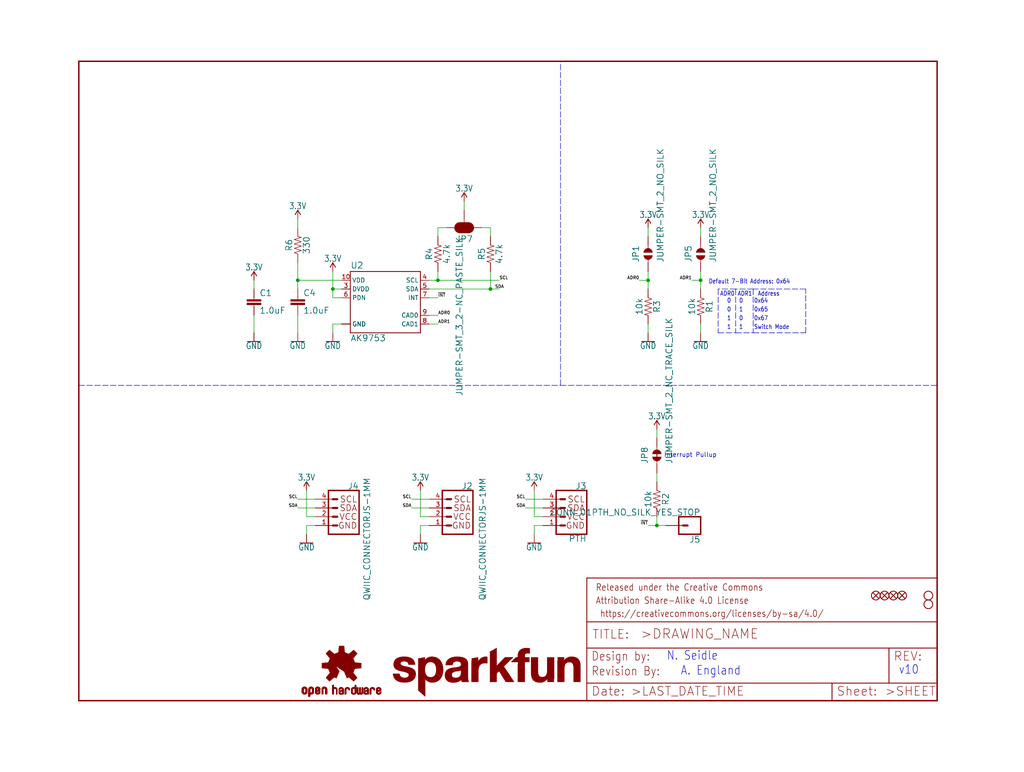
<source format=kicad_sch>
(kicad_sch (version 20211123) (generator eeschema)
  (paper "User" 297.002 223.926)
  (lib_symbols
    (symbol "eagleSchem-eagle-import:1.0UF-0603-16V-10%"
      (property "Reference" "C" (at 1.524 2.921 0))
      (property "Value" "1.0UF-0603-16V-10%" (at 1.524 -2.159 0))
      (symbol "1.0UF-0603-16V-10%_1_0"
        (pin passive line (at 0 5.08 270) (length 2.54) (name "1") (number "1"))
        (pin passive line (at 0 -2.54 90) (length 2.54) (name "2") (number "2"))
      )
    )
    (symbol "eagleSchem-eagle-import:10KOHM-0603-1{slash}10W-1%"
      (property "Reference" "R" (at 0 1.524 0))
      (property "Value" "10KOHM-0603-1{slash}10W-1%" (at 0 -1.524 0))
      (symbol "10KOHM-0603-1{slash}10W-1%_1_0"
        (pin passive line (at -5.08 0 0) (length 2.54) (name "1") (number "1"))
        (pin passive line (at 5.08 0 180) (length 2.54) (name "2") (number "2"))
      )
    )
    (symbol "eagleSchem-eagle-import:3.3V" (power)
      (property "Value" "3.3V" (at 0 2.794 0))
      (symbol "3.3V_1_0"
        (pin power_in line (at 0 0 90) (length 2.54) (name "3.3V") (number "1"))
      )
    )
    (symbol "eagleSchem-eagle-import:330OHM-0603-1{slash}10W-1%"
      (property "Reference" "R" (at 0 1.524 0))
      (property "Value" "330OHM-0603-1{slash}10W-1%" (at 0 -1.524 0))
      (symbol "330OHM-0603-1{slash}10W-1%_1_0"
        (pin passive line (at -5.08 0 0) (length 2.54) (name "1") (number "1"))
        (pin passive line (at 5.08 0 180) (length 2.54) (name "2") (number "2"))
      )
    )
    (symbol "eagleSchem-eagle-import:4.7KOHM-0603-1{slash}10W-1%"
      (property "Reference" "R" (at 0 1.524 0))
      (property "Value" "4.7KOHM-0603-1{slash}10W-1%" (at 0 -1.524 0))
      (symbol "4.7KOHM-0603-1{slash}10W-1%_1_0"
        (pin passive line (at -5.08 0 0) (length 2.54) (name "1") (number "1"))
        (pin passive line (at 5.08 0 180) (length 2.54) (name "2") (number "2"))
      )
    )
    (symbol "eagleSchem-eagle-import:AK9750{dblquote}"
      (property "Reference" "U" (at -10.16 8.382 0))
      (property "Value" "AK9750{dblquote}" (at -10.16 -12.7 0))
      (symbol "AK9750{dblquote}_1_0"
        (pin bidirectional line (at -12.7 -7.62 0) (length 2.54) (name "GND") (number "1"))
        (pin bidirectional line (at -12.7 5.08 0) (length 2.54) (name "VDD") (number "10"))
        (pin bidirectional line (at -12.7 -7.62 0) (length 2.54) (name "GND") (number "2"))
        (pin bidirectional line (at -12.7 2.54 0) (length 2.54) (name "DVDD") (number "3"))
        (pin bidirectional line (at 12.7 5.08 180) (length 2.54) (name "SCL") (number "4"))
        (pin bidirectional line (at 12.7 2.54 180) (length 2.54) (name "SDA") (number "5"))
        (pin bidirectional line (at -12.7 0 0) (length 2.54) (name "PDN") (number "6"))
        (pin bidirectional line (at 12.7 0 180) (length 2.54) (name "INT") (number "7"))
        (pin bidirectional line (at 12.7 -7.62 180) (length 2.54) (name "CAD1") (number "8"))
        (pin bidirectional line (at 12.7 -5.08 180) (length 2.54) (name "CAD0") (number "9"))
      )
    )
    (symbol "eagleSchem-eagle-import:CONN_01PTH_NO_SILK_YES_STOP"
      (property "Reference" "J" (at -2.54 3.048 0))
      (property "Value" "CONN_01PTH_NO_SILK_YES_STOP" (at -2.54 -4.826 0))
      (symbol "CONN_01PTH_NO_SILK_YES_STOP_1_0"
        (pin passive line (at 7.62 0 180) (length 5.08) (name "1") (number "1"))
      )
    )
    (symbol "eagleSchem-eagle-import:FIDUCIALUFIDUCIAL")
    (symbol "eagleSchem-eagle-import:FRAME-LETTER"
      (symbol "FRAME-LETTER_2_0"
        (text " https://creativecommons.org/licenses/by-sa/4.0/" (at 2.54 24.13 0) (effects (font (size 1.9304 1.6408)) (justify left bottom)))
        (text ">DRAWING_NAME" (at 15.494 17.78 0) (effects (font (size 2.7432 2.7432)) (justify left bottom)))
        (text ">LAST_DATE_TIME" (at 12.7 1.27 0) (effects (font (size 2.54 2.54)) (justify left bottom)))
        (text ">SHEET" (at 86.36 1.27 0) (effects (font (size 2.54 2.54)) (justify left bottom)))
        (text "Attribution Share-Alike 4.0 License" (at 2.54 27.94 0) (effects (font (size 1.9304 1.6408)) (justify left bottom)))
        (text "Date:" (at 1.27 1.27 0) (effects (font (size 2.54 2.54)) (justify left bottom)))
        (text "Design by:" (at 1.27 11.43 0) (effects (font (size 2.54 2.159)) (justify left bottom)))
        (text "Released under the Creative Commons" (at 2.54 31.75 0) (effects (font (size 1.9304 1.6408)) (justify left bottom)))
        (text "REV:" (at 88.9 11.43 0) (effects (font (size 2.54 2.54)) (justify left bottom)))
        (text "Sheet:" (at 72.39 1.27 0) (effects (font (size 2.54 2.54)) (justify left bottom)))
        (text "TITLE:" (at 1.524 17.78 0) (effects (font (size 2.54 2.54)) (justify left bottom)))
      )
    )
    (symbol "eagleSchem-eagle-import:GND" (power)
      (property "Value" "GND" (at 0 -0.254 0))
      (symbol "GND_1_0"
        (pin power_in line (at 0 2.54 270) (length 2.54) (name "GND") (number "1"))
      )
    )
    (symbol "eagleSchem-eagle-import:I2C_STANDARD_NO_SILK"
      (property "Reference" "J" (at -5.08 7.874 0))
      (property "Value" "I2C_STANDARD_NO_SILK" (at -5.08 -5.334 0))
      (symbol "I2C_STANDARD_NO_SILK_1_0"
        (text "GND" (at -4.572 -2.54 0) (effects (font (size 1.778 1.778)) (justify left)))
        (text "SCL" (at -4.572 5.08 0) (effects (font (size 1.778 1.778)) (justify left)))
        (text "SDA" (at -4.572 2.54 0) (effects (font (size 1.778 1.778)) (justify left)))
        (text "VCC" (at -4.572 0 0) (effects (font (size 1.778 1.778)) (justify left)))
        (pin power_in line (at 7.62 -2.54 180) (length 5.08) (name "1") (number "1"))
        (pin power_in line (at 7.62 0 180) (length 5.08) (name "2") (number "2"))
        (pin passive line (at 7.62 2.54 180) (length 5.08) (name "3") (number "3"))
        (pin passive line (at 7.62 5.08 180) (length 5.08) (name "4") (number "4"))
      )
    )
    (symbol "eagleSchem-eagle-import:JUMPER-SMT_2_NC_TRACE_SILK"
      (property "Reference" "JP" (at -2.54 2.54 0))
      (property "Value" "JUMPER-SMT_2_NC_TRACE_SILK" (at -2.54 -2.54 0))
      (symbol "JUMPER-SMT_2_NC_TRACE_SILK_1_0"
        (pin passive line (at -5.08 0 0) (length 2.54) (name "1") (number "1"))
        (pin passive line (at 5.08 0 180) (length 2.54) (name "2") (number "2"))
      )
    )
    (symbol "eagleSchem-eagle-import:JUMPER-SMT_2_NO_SILK"
      (property "Reference" "JP" (at -2.54 2.54 0))
      (property "Value" "JUMPER-SMT_2_NO_SILK" (at -2.54 -2.54 0))
      (symbol "JUMPER-SMT_2_NO_SILK_1_0"
        (pin passive line (at -5.08 0 0) (length 2.54) (name "1") (number "1"))
        (pin passive line (at 5.08 0 180) (length 2.54) (name "2") (number "2"))
      )
    )
    (symbol "eagleSchem-eagle-import:JUMPER-SMT_3_2-NC_PASTE_SILK"
      (property "Reference" "JP" (at 2.54 0.381 0))
      (property "Value" "JUMPER-SMT_3_2-NC_PASTE_SILK" (at 2.54 -0.381 0))
      (symbol "JUMPER-SMT_3_2-NC_PASTE_SILK_1_0"
        (pin passive line (at 0 5.08 270) (length 2.54) (name "1") (number "1"))
        (pin passive line (at -5.08 0 0) (length 2.54) (name "2") (number "2"))
        (pin passive line (at 0 -5.08 90) (length 2.54) (name "3") (number "3"))
      )
    )
    (symbol "eagleSchem-eagle-import:OSHW-LOGOMINI")
    (symbol "eagleSchem-eagle-import:QWIIC_CONNECTORJS-1MM"
      (property "Reference" "J" (at -5.08 7.874 0))
      (property "Value" "QWIIC_CONNECTORJS-1MM" (at -5.08 -5.334 0))
      (symbol "QWIIC_CONNECTORJS-1MM_1_0"
        (text "GND" (at -4.572 -2.54 0) (effects (font (size 1.778 1.778)) (justify left)))
        (text "SCL" (at -4.572 5.08 0) (effects (font (size 1.778 1.778)) (justify left)))
        (text "SDA" (at -4.572 2.54 0) (effects (font (size 1.778 1.778)) (justify left)))
        (text "VCC" (at -4.572 0 0) (effects (font (size 1.778 1.778)) (justify left)))
        (pin power_in line (at 7.62 -2.54 180) (length 5.08) (name "1") (number "1"))
        (pin power_in line (at 7.62 0 180) (length 5.08) (name "2") (number "2"))
        (pin passive line (at 7.62 2.54 180) (length 5.08) (name "3") (number "3"))
        (pin passive line (at 7.62 5.08 180) (length 5.08) (name "4") (number "4"))
      )
    )
    (symbol "eagleSchem-eagle-import:REVISION"
      (symbol "REVISION_1_0"
        (text "Revision By: " (at 0 0 0) (effects (font (size 2.54 2.159)) (justify left bottom)))
      )
    )
    (symbol "eagleSchem-eagle-import:SFE_LOGO_NAME.1_INCH")
    (symbol "eagleSchem-eagle-import:STAND-OFF")
  )
  (junction (at 142.24 83.82))
  (junction (at 96.52 83.82))
  (junction (at 203.2 81.28))
  (junction (at 86.36 81.28))
  (junction (at 190.5 152.4))
  (junction (at 127 81.28))
  (junction (at 187.96 81.28))
  (wire (pts (xy 124.46 91.44) (xy 127 91.44)))
  (wire (pts (xy 127 66.04) (xy 129.54 66.04)))
  (wire (pts (xy 96.52 93.98) (xy 96.52 96.52)))
  (wire (pts (xy 124.46 149.86) (xy 121.92 149.86)))
  (wire (pts (xy 193.04 152.4) (xy 190.5 152.4)))
  (wire (pts (xy 203.2 68.58) (xy 203.2 66.04)))
  (wire (pts (xy 190.5 137.16) (xy 190.5 139.7)))
  (wire (pts (xy 91.44 152.4) (xy 88.9 152.4)))
  (wire (pts (xy 142.24 83.82) (xy 142.24 78.74)))
  (wire (pts (xy 187.96 78.74) (xy 187.96 81.28)))
  (wire (pts (xy 124.46 152.4) (xy 121.92 152.4)))
  (wire (pts (xy 185.42 81.28) (xy 187.96 81.28)))
  (wire (pts (xy 127 68.58) (xy 127 66.04)))
  (wire (pts (xy 134.62 58.42) (xy 134.62 60.96)))
  (wire (pts (xy 157.48 149.86) (xy 154.94 149.86)))
  (wire (pts (xy 127 81.28) (xy 144.78 81.28)))
  (wire (pts (xy 157.48 152.4) (xy 154.94 152.4)))
  (wire (pts (xy 121.92 152.4) (xy 121.92 154.94)))
  (wire (pts (xy 124.46 83.82) (xy 142.24 83.82)))
  (wire (pts (xy 187.96 93.98) (xy 187.96 96.52)))
  (wire (pts (xy 86.36 63.5) (xy 86.36 66.04)))
  (polyline (pts (xy 233.68 83.82) (xy 218.44 83.82)))
  (polyline (pts (xy 233.68 96.52) (xy 233.68 83.82)))
  (polyline (pts (xy 22.86 111.76) (xy 162.56 111.76)))
  (wire (pts (xy 99.06 81.28) (xy 86.36 81.28)))
  (wire (pts (xy 99.06 83.82) (xy 96.52 83.82)))
  (wire (pts (xy 157.48 144.78) (xy 152.4 144.78)))
  (wire (pts (xy 142.24 66.04) (xy 139.7 66.04)))
  (polyline (pts (xy 213.36 83.82) (xy 213.36 96.52)))
  (wire (pts (xy 187.96 68.58) (xy 187.96 66.04)))
  (wire (pts (xy 124.46 86.36) (xy 127 86.36)))
  (wire (pts (xy 96.52 83.82) (xy 96.52 78.74)))
  (wire (pts (xy 124.46 81.28) (xy 127 81.28)))
  (wire (pts (xy 73.66 83.82) (xy 73.66 81.28)))
  (wire (pts (xy 99.06 86.36) (xy 96.52 86.36)))
  (wire (pts (xy 154.94 149.86) (xy 154.94 142.24)))
  (wire (pts (xy 200.66 81.28) (xy 203.2 81.28)))
  (wire (pts (xy 127 81.28) (xy 127 78.74)))
  (polyline (pts (xy 218.44 83.82) (xy 218.44 96.52)))
  (wire (pts (xy 190.5 149.86) (xy 190.5 152.4)))
  (wire (pts (xy 96.52 86.36) (xy 96.52 83.82)))
  (wire (pts (xy 91.44 144.78) (xy 86.36 144.78)))
  (wire (pts (xy 190.5 127) (xy 190.5 124.46)))
  (wire (pts (xy 91.44 147.32) (xy 86.36 147.32)))
  (wire (pts (xy 154.94 152.4) (xy 154.94 154.94)))
  (polyline (pts (xy 213.36 83.82) (xy 208.28 83.82)))
  (wire (pts (xy 88.9 152.4) (xy 88.9 154.94)))
  (polyline (pts (xy 208.28 96.52) (xy 213.36 96.52)))
  (wire (pts (xy 86.36 91.44) (xy 86.36 96.52)))
  (wire (pts (xy 203.2 83.82) (xy 203.2 81.28)))
  (wire (pts (xy 203.2 78.74) (xy 203.2 81.28)))
  (wire (pts (xy 99.06 93.98) (xy 96.52 93.98)))
  (wire (pts (xy 91.44 149.86) (xy 88.9 149.86)))
  (wire (pts (xy 121.92 149.86) (xy 121.92 142.24)))
  (polyline (pts (xy 162.56 111.76) (xy 162.56 17.78)))
  (wire (pts (xy 157.48 147.32) (xy 152.4 147.32)))
  (polyline (pts (xy 208.28 83.82) (xy 208.28 96.52)))
  (wire (pts (xy 124.46 147.32) (xy 119.38 147.32)))
  (wire (pts (xy 88.9 149.86) (xy 88.9 142.24)))
  (polyline (pts (xy 213.36 96.52) (xy 218.44 96.52)))
  (polyline (pts (xy 218.44 96.52) (xy 233.68 96.52)))
  (polyline (pts (xy 162.56 111.76) (xy 271.78 111.76)))
  (wire (pts (xy 187.96 83.82) (xy 187.96 81.28)))
  (wire (pts (xy 190.5 152.4) (xy 187.96 152.4)))
  (wire (pts (xy 142.24 68.58) (xy 142.24 66.04)))
  (wire (pts (xy 73.66 91.44) (xy 73.66 96.52)))
  (wire (pts (xy 203.2 93.98) (xy 203.2 96.52)))
  (wire (pts (xy 86.36 81.28) (xy 86.36 76.2)))
  (wire (pts (xy 124.46 144.78) (xy 119.38 144.78)))
  (polyline (pts (xy 218.44 83.82) (xy 213.36 83.82)))
  (wire (pts (xy 142.24 83.82) (xy 144.78 83.82)))
  (wire (pts (xy 86.36 83.82) (xy 86.36 81.28)))
  (wire (pts (xy 124.46 93.98) (xy 127 93.98)))
  (text "Address" (at 219.71 85.344 180) (effects (font (size 1.27 1.0795)) (justify left)))
  (text "Interrupt Pullup" (at 192.532 132.08 180) (effects (font (size 1.27 1.27)) (justify left)))
  (text "1   0    0x67" (at 210.82 92.456 180) (effects (font (size 1.27 1.0795)) (justify left)))
  (text "ADR1" (at 213.868 85.344 180) (effects (font (size 1.27 1.0795)) (justify left)))
  (text "A. England" (at 197.358 196.088 180) (effects (font (size 2.54 2.159)) (justify left bottom)))
  (text "v10" (at 260.604 195.834 180) (effects (font (size 2.54 2.159)) (justify left bottom)))
  (text "1   1    Switch Mode" (at 210.82 94.996 180) (effects (font (size 1.27 1.0795)) (justify left)))
  (text "ADR0" (at 208.788 85.344 180) (effects (font (size 1.27 1.0795)) (justify left)))
  (text "0   1    0x65" (at 210.82 89.916 180) (effects (font (size 1.27 1.0795)) (justify left)))
  (text "N. Seidle" (at 193.294 191.77 180) (effects (font (size 2.54 2.159)) (justify left bottom)))
  (text "0   0    0x64" (at 210.82 87.376 180) (effects (font (size 1.27 1.0795)) (justify left)))
  (text "Default 7-Bit Address: 0x64" (at 205.486 81.788 180) (effects (font (size 1.27 1.0795)) (justify left)))
  (label "SCL" (at 144.78 81.28 0) (effects (font (size 0.889 0.889))))
  (label "SDA" (at 119.38 147.32 180) (effects (font (size 0.889 0.889))))
  (label "ADR0" (at 185.42 81.28 180) (effects (font (size 0.889 0.889))))
  (label "SDA" (at 86.36 147.32 180) (effects (font (size 0.889 0.889))))
  (label "SCL" (at 86.36 144.78 180) (effects (font (size 0.889 0.889))))
  (label "SCL" (at 119.38 144.78 180) (effects (font (size 0.889 0.889))))
  (label "ADR0" (at 127 91.44 0) (effects (font (size 0.889 0.889))))
  (label "ADR1" (at 200.66 81.28 180) (effects (font (size 0.889 0.889))))
  (label "SDA" (at 143.51 83.82 0) (effects (font (size 0.889 0.889))))
  (label "SDA" (at 152.4 147.32 180) (effects (font (size 0.889 0.889))))
  (label "~{INT}" (at 187.96 152.4 180) (effects (font (size 0.889 0.889))))
  (label "SCL" (at 152.4 144.78 180) (effects (font (size 0.889 0.889))))
  (label "ADR1" (at 127 93.98 0) (effects (font (size 0.889 0.889))))
  (label "~{INT}" (at 127 86.36 0) (effects (font (size 0.889 0.889))))
  (symbol (lib_id "eagleSchem-eagle-import:GND") (at 121.92 157.48 0) (unit 1)
    (property "Reference" "#GND6" (effects hide))
    (property "Value" "GND" (at 121.92 157.734 0) (effects (font (size 1.778 1.5113)) (justify top)))
    (property "Footprint" "eagleSchem:" (effects hide))
  )
  (symbol (lib_id "eagleSchem-eagle-import:GND") (at 96.52 99.06 0) (unit 1)
    (property "Reference" "#GND1" (effects hide))
    (property "Value" "GND" (at 96.52 99.314 0) (effects (font (size 1.778 1.5113)) (justify top)))
    (property "Footprint" "eagleSchem:" (effects hide))
  )
  (symbol (lib_id "eagleSchem-eagle-import:330OHM-0603-1{slash}10W-1%") (at 86.36 71.12 90) (unit 1)
    (property "Reference" "R6" (at 84.836 71.12 0) (effects (font (size 1.778 1.778)) (justify bottom)))
    (property "Value" "330" (at 87.884 71.12 0) (effects (font (size 1.778 1.778)) (justify top)))
    (property "Footprint" "eagleSchem:0603" (effects hide))
  )
  (symbol (lib_id "eagleSchem-eagle-import:3.3V") (at 203.2 66.04 0) (unit 1)
    (property "Reference" "#SUPPLY2" (effects hide))
    (property "Value" "3.3V" (at 203.2 63.246 0) (effects (font (size 1.778 1.5113)) (justify bottom)))
    (property "Footprint" "eagleSchem:" (effects hide))
  )
  (symbol (lib_id "eagleSchem-eagle-import:GND") (at 86.36 99.06 0) (unit 1)
    (property "Reference" "#GND4" (effects hide))
    (property "Value" "GND" (at 86.36 99.314 0) (effects (font (size 1.778 1.5113)) (justify top)))
    (property "Footprint" "eagleSchem:" (effects hide))
  )
  (symbol (lib_id "eagleSchem-eagle-import:10KOHM-0603-1{slash}10W-1%") (at 190.5 144.78 270) (unit 1)
    (property "Reference" "R2" (at 192.024 144.78 0) (effects (font (size 1.778 1.778)) (justify bottom)))
    (property "Value" "10k" (at 188.976 144.78 0) (effects (font (size 1.778 1.778)) (justify top)))
    (property "Footprint" "eagleSchem:0603" (effects hide))
  )
  (symbol (lib_id "eagleSchem-eagle-import:JUMPER-SMT_2_NC_TRACE_SILK") (at 190.5 132.08 90) (unit 1)
    (property "Reference" "JP8" (at 187.96 134.62 0) (effects (font (size 1.778 1.778)) (justify left bottom)))
    (property "Value" "JUMPER-SMT_2_NC_TRACE_SILK" (at 193.04 134.62 0) (effects (font (size 1.778 1.778)) (justify left top)))
    (property "Footprint" "eagleSchem:SMT-JUMPER_2_NC_TRACE_SILK" (effects hide))
  )
  (symbol (lib_id "eagleSchem-eagle-import:GND") (at 73.66 99.06 0) (unit 1)
    (property "Reference" "#GND3" (effects hide))
    (property "Value" "GND" (at 73.66 99.314 0) (effects (font (size 1.778 1.5113)) (justify top)))
    (property "Footprint" "eagleSchem:" (effects hide))
  )
  (symbol (lib_id "eagleSchem-eagle-import:FIDUCIALUFIDUCIAL") (at 256.54 172.72 0) (unit 1)
    (property "Reference" "JP9" (effects hide))
    (property "Value" "FIDUCIALUFIDUCIAL" (effects hide))
    (property "Footprint" "eagleSchem:MICRO-FIDUCIAL" (effects hide))
  )
  (symbol (lib_id "eagleSchem-eagle-import:CONN_01PTH_NO_SILK_YES_STOP") (at 200.66 152.4 180) (unit 1)
    (property "Reference" "J5" (at 203.2 155.448 0) (effects (font (size 1.778 1.778)) (justify left bottom)))
    (property "Value" "CONN_01PTH_NO_SILK_YES_STOP" (at 203.2 147.574 0) (effects (font (size 1.778 1.778)) (justify left bottom)))
    (property "Footprint" "eagleSchem:1X01_NO_SILK" (effects hide))
  )
  (symbol (lib_id "eagleSchem-eagle-import:FRAME-LETTER") (at 170.18 203.2 0) (unit 2)
    (property "Reference" "FRAME1" (effects hide))
    (property "Value" "FRAME-LETTER" (effects hide))
    (property "Footprint" "eagleSchem:CREATIVE_COMMONS" (effects hide))
  )
  (symbol (lib_id "eagleSchem-eagle-import:REVISION") (at 171.45 196.088 0) (unit 1)
    (property "Reference" "LOGO3" (effects hide))
    (property "Value" "REVISION" (effects hide))
    (property "Footprint" "eagleSchem:REVISION" (effects hide))
  )
  (symbol (lib_id "eagleSchem-eagle-import:JUMPER-SMT_2_NO_SILK") (at 203.2 73.66 90) (unit 1)
    (property "Reference" "JP5" (at 200.66 76.2 0) (effects (font (size 1.778 1.778)) (justify left bottom)))
    (property "Value" "JUMPER-SMT_2_NO_SILK" (at 205.74 76.2 0) (effects (font (size 1.778 1.778)) (justify left top)))
    (property "Footprint" "eagleSchem:SMT-JUMPER_2_NO_SILK" (effects hide))
  )
  (symbol (lib_id "eagleSchem-eagle-import:GND") (at 88.9 157.48 0) (unit 1)
    (property "Reference" "#GND8" (effects hide))
    (property "Value" "GND" (at 88.9 157.734 0) (effects (font (size 1.778 1.5113)) (justify top)))
    (property "Footprint" "eagleSchem:" (effects hide))
  )
  (symbol (lib_id "eagleSchem-eagle-import:OSHW-LOGOMINI") (at 99.06 193.04 0) (unit 1)
    (property "Reference" "LOGO1" (effects hide))
    (property "Value" "OSHW-LOGOMINI" (effects hide))
    (property "Footprint" "eagleSchem:OSHW-LOGO-MINI" (effects hide))
  )
  (symbol (lib_id "eagleSchem-eagle-import:GND") (at 203.2 99.06 0) (unit 1)
    (property "Reference" "#GND2" (effects hide))
    (property "Value" "GND" (at 203.2 99.314 0) (effects (font (size 1.778 1.5113)) (justify top)))
    (property "Footprint" "eagleSchem:" (effects hide))
  )
  (symbol (lib_id "eagleSchem-eagle-import:3.3V") (at 134.62 58.42 0) (unit 1)
    (property "Reference" "#SUPPLY1" (effects hide))
    (property "Value" "3.3V" (at 134.62 55.626 0) (effects (font (size 1.778 1.5113)) (justify bottom)))
    (property "Footprint" "eagleSchem:" (effects hide))
  )
  (symbol (lib_id "eagleSchem-eagle-import:3.3V") (at 187.96 66.04 0) (unit 1)
    (property "Reference" "#SUPPLY11" (effects hide))
    (property "Value" "3.3V" (at 187.96 63.246 0) (effects (font (size 1.778 1.5113)) (justify bottom)))
    (property "Footprint" "eagleSchem:" (effects hide))
  )
  (symbol (lib_id "eagleSchem-eagle-import:QWIIC_CONNECTORJS-1MM") (at 132.08 149.86 0) (mirror y) (unit 1)
    (property "Reference" "J2" (at 137.16 141.986 0) (effects (font (size 1.778 1.778)) (justify left bottom)))
    (property "Value" "QWIIC_CONNECTORJS-1MM" (at 138.938 138.43 90) (effects (font (size 1.778 1.778)) (justify right bottom)))
    (property "Footprint" "eagleSchem:1X04_1MM_RA" (effects hide))
  )
  (symbol (lib_id "eagleSchem-eagle-import:1.0UF-0603-16V-10%") (at 73.66 88.9 0) (unit 1)
    (property "Reference" "C1" (at 75.184 85.979 0) (effects (font (size 1.778 1.778)) (justify left bottom)))
    (property "Value" "1.0uF" (at 75.184 91.059 0) (effects (font (size 1.778 1.778)) (justify left bottom)))
    (property "Footprint" "eagleSchem:0603" (effects hide))
  )
  (symbol (lib_id "eagleSchem-eagle-import:10KOHM-0603-1{slash}10W-1%") (at 187.96 88.9 270) (unit 1)
    (property "Reference" "R3" (at 189.484 88.9 0) (effects (font (size 1.778 1.778)) (justify bottom)))
    (property "Value" "10k" (at 186.436 88.9 0) (effects (font (size 1.778 1.778)) (justify top)))
    (property "Footprint" "eagleSchem:0603" (effects hide))
  )
  (symbol (lib_id "eagleSchem-eagle-import:4.7KOHM-0603-1{slash}10W-1%") (at 127 73.66 90) (unit 1)
    (property "Reference" "R4" (at 125.476 73.66 0) (effects (font (size 1.778 1.778)) (justify bottom)))
    (property "Value" "4.7k" (at 128.524 73.66 0) (effects (font (size 1.778 1.778)) (justify top)))
    (property "Footprint" "eagleSchem:0603" (effects hide))
  )
  (symbol (lib_id "eagleSchem-eagle-import:3.3V") (at 190.5 124.46 0) (unit 1)
    (property "Reference" "#SUPPLY9" (effects hide))
    (property "Value" "3.3V" (at 190.5 121.666 0) (effects (font (size 1.778 1.5113)) (justify bottom)))
    (property "Footprint" "eagleSchem:" (effects hide))
  )
  (symbol (lib_id "eagleSchem-eagle-import:10KOHM-0603-1{slash}10W-1%") (at 203.2 88.9 270) (unit 1)
    (property "Reference" "R1" (at 204.724 88.9 0) (effects (font (size 1.778 1.778)) (justify bottom)))
    (property "Value" "10k" (at 201.676 88.9 0) (effects (font (size 1.778 1.778)) (justify top)))
    (property "Footprint" "eagleSchem:0603" (effects hide))
  )
  (symbol (lib_id "eagleSchem-eagle-import:JUMPER-SMT_2_NO_SILK") (at 187.96 73.66 90) (unit 1)
    (property "Reference" "JP1" (at 185.42 76.2 0) (effects (font (size 1.778 1.778)) (justify left bottom)))
    (property "Value" "JUMPER-SMT_2_NO_SILK" (at 190.5 76.2 0) (effects (font (size 1.778 1.778)) (justify left top)))
    (property "Footprint" "eagleSchem:SMT-JUMPER_2_NO_SILK" (effects hide))
  )
  (symbol (lib_id "eagleSchem-eagle-import:3.3V") (at 121.92 142.24 0) (unit 1)
    (property "Reference" "#SUPPLY4" (effects hide))
    (property "Value" "3.3V" (at 121.92 139.446 0) (effects (font (size 1.778 1.5113)) (justify bottom)))
    (property "Footprint" "eagleSchem:" (effects hide))
  )
  (symbol (lib_id "eagleSchem-eagle-import:3.3V") (at 73.66 81.28 0) (unit 1)
    (property "Reference" "#SUPPLY6" (effects hide))
    (property "Value" "3.3V" (at 73.66 78.486 0) (effects (font (size 1.778 1.5113)) (justify bottom)))
    (property "Footprint" "eagleSchem:" (effects hide))
  )
  (symbol (lib_id "eagleSchem-eagle-import:SFE_LOGO_NAME.1_INCH") (at 112.014 201.93 0) (unit 1)
    (property "Reference" "LOGO2" (effects hide))
    (property "Value" "SFE_LOGO_NAME.1_INCH" (effects hide))
    (property "Footprint" "eagleSchem:SFE_LOGO_NAME_.1" (effects hide))
  )
  (symbol (lib_id "eagleSchem-eagle-import:STAND-OFF") (at 269.24 172.72 0) (unit 1)
    (property "Reference" "JP3" (effects hide))
    (property "Value" "STAND-OFF" (effects hide))
    (property "Footprint" "eagleSchem:STAND-OFF" (effects hide))
  )
  (symbol (lib_id "eagleSchem-eagle-import:FIDUCIALUFIDUCIAL") (at 254 172.72 0) (unit 1)
    (property "Reference" "JP2" (effects hide))
    (property "Value" "FIDUCIALUFIDUCIAL" (effects hide))
    (property "Footprint" "eagleSchem:MICRO-FIDUCIAL" (effects hide))
  )
  (symbol (lib_id "eagleSchem-eagle-import:I2C_STANDARD_NO_SILK") (at 165.1 149.86 0) (mirror y) (unit 1)
    (property "Reference" "J3" (at 170.18 141.986 0) (effects (font (size 1.778 1.778)) (justify left bottom)))
    (property "Value" "PTH" (at 170.18 155.194 0) (effects (font (size 1.778 1.778)) (justify left top)))
    (property "Footprint" "eagleSchem:1X04_NO_SILK" (effects hide))
  )
  (symbol (lib_id "eagleSchem-eagle-import:FIDUCIALUFIDUCIAL") (at 259.08 172.72 0) (unit 1)
    (property "Reference" "JP6" (effects hide))
    (property "Value" "FIDUCIALUFIDUCIAL" (effects hide))
    (property "Footprint" "eagleSchem:MICRO-FIDUCIAL" (effects hide))
  )
  (symbol (lib_id "eagleSchem-eagle-import:3.3V") (at 88.9 142.24 0) (unit 1)
    (property "Reference" "#SUPPLY8" (effects hide))
    (property "Value" "3.3V" (at 88.9 139.446 0) (effects (font (size 1.778 1.5113)) (justify bottom)))
    (property "Footprint" "eagleSchem:" (effects hide))
  )
  (symbol (lib_id "eagleSchem-eagle-import:3.3V") (at 96.52 78.74 0) (unit 1)
    (property "Reference" "#SUPPLY3" (effects hide))
    (property "Value" "3.3V" (at 96.52 75.946 0) (effects (font (size 1.778 1.5113)) (justify bottom)))
    (property "Footprint" "eagleSchem:" (effects hide))
  )
  (symbol (lib_id "eagleSchem-eagle-import:1.0UF-0603-16V-10%") (at 86.36 88.9 0) (unit 1)
    (property "Reference" "C4" (at 87.884 85.979 0) (effects (font (size 1.778 1.778)) (justify left bottom)))
    (property "Value" "1.0uF" (at 87.884 91.059 0) (effects (font (size 1.778 1.778)) (justify left bottom)))
    (property "Footprint" "eagleSchem:0603" (effects hide))
  )
  (symbol (lib_id "eagleSchem-eagle-import:QWIIC_CONNECTORJS-1MM") (at 99.06 149.86 0) (mirror y) (unit 1)
    (property "Reference" "J4" (at 104.14 141.986 0) (effects (font (size 1.778 1.778)) (justify left bottom)))
    (property "Value" "QWIIC_CONNECTORJS-1MM" (at 105.41 138.43 90) (effects (font (size 1.778 1.778)) (justify right bottom)))
    (property "Footprint" "eagleSchem:1X04_1MM_RA" (effects hide))
  )
  (symbol (lib_id "eagleSchem-eagle-import:3.3V") (at 154.94 142.24 0) (unit 1)
    (property "Reference" "#SUPPLY7" (effects hide))
    (property "Value" "3.3V" (at 154.94 139.446 0) (effects (font (size 1.778 1.5113)) (justify bottom)))
    (property "Footprint" "eagleSchem:" (effects hide))
  )
  (symbol (lib_id "eagleSchem-eagle-import:STAND-OFF") (at 269.24 175.26 0) (unit 1)
    (property "Reference" "JP4" (effects hide))
    (property "Value" "STAND-OFF" (effects hide))
    (property "Footprint" "eagleSchem:STAND-OFF" (effects hide))
  )
  (symbol (lib_id "eagleSchem-eagle-import:4.7KOHM-0603-1{slash}10W-1%") (at 142.24 73.66 90) (unit 1)
    (property "Reference" "R5" (at 140.716 73.66 0) (effects (font (size 1.778 1.778)) (justify bottom)))
    (property "Value" "4.7k" (at 143.764 73.66 0) (effects (font (size 1.778 1.778)) (justify top)))
    (property "Footprint" "eagleSchem:0603" (effects hide))
  )
  (symbol (lib_id "eagleSchem-eagle-import:3.3V") (at 86.36 63.5 0) (unit 1)
    (property "Reference" "#SUPPLY10" (effects hide))
    (property "Value" "3.3V" (at 86.36 60.706 0) (effects (font (size 1.778 1.5113)) (justify bottom)))
    (property "Footprint" "eagleSchem:" (effects hide))
  )
  (symbol (lib_id "eagleSchem-eagle-import:AK9750{dblquote}") (at 111.76 86.36 0) (unit 1)
    (property "Reference" "U2" (at 101.6 77.978 0) (effects (font (size 1.778 1.778)) (justify left bottom)))
    (property "Value" "AK9753" (at 101.6 99.06 0) (effects (font (size 1.778 1.778)) (justify left bottom)))
    (property "Footprint" "eagleSchem:SON10" (effects hide))
  )
  (symbol (lib_id "eagleSchem-eagle-import:FIDUCIALUFIDUCIAL") (at 261.62 172.72 0) (unit 1)
    (property "Reference" "JP10" (effects hide))
    (property "Value" "FIDUCIALUFIDUCIAL" (effects hide))
    (property "Footprint" "eagleSchem:MICRO-FIDUCIAL" (effects hide))
  )
  (symbol (lib_id "eagleSchem-eagle-import:GND") (at 187.96 99.06 0) (unit 1)
    (property "Reference" "#GND9" (effects hide))
    (property "Value" "GND" (at 187.96 99.314 0) (effects (font (size 1.778 1.5113)) (justify top)))
    (property "Footprint" "eagleSchem:" (effects hide))
  )
  (symbol (lib_id "eagleSchem-eagle-import:JUMPER-SMT_3_2-NC_PASTE_SILK") (at 134.62 66.04 270) (unit 1)
    (property "Reference" "JP7" (at 132.08 70.358 90) (effects (font (size 1.778 1.778)) (justify left bottom)))
    (property "Value" "JUMPER-SMT_3_2-NC_PASTE_SILK" (at 134.239 68.58 0) (effects (font (size 1.778 1.778)) (justify left top)))
    (property "Footprint" "eagleSchem:SMT-JUMPER_3_2-NC_PASTE_SILK" (effects hide))
  )
  (symbol (lib_id "eagleSchem-eagle-import:FRAME-LETTER") (at 22.86 203.2 0) (unit 1)
    (property "Reference" "FRAME1" (effects hide))
    (property "Value" "FRAME-LETTER" (effects hide))
    (property "Footprint" "eagleSchem:CREATIVE_COMMONS" (effects hide))
  )
  (symbol (lib_id "eagleSchem-eagle-import:GND") (at 154.94 157.48 0) (unit 1)
    (property "Reference" "#GND7" (effects hide))
    (property "Value" "GND" (at 154.94 157.734 0) (effects (font (size 1.778 1.5113)) (justify top)))
    (property "Footprint" "eagleSchem:" (effects hide))
  )
)
</source>
